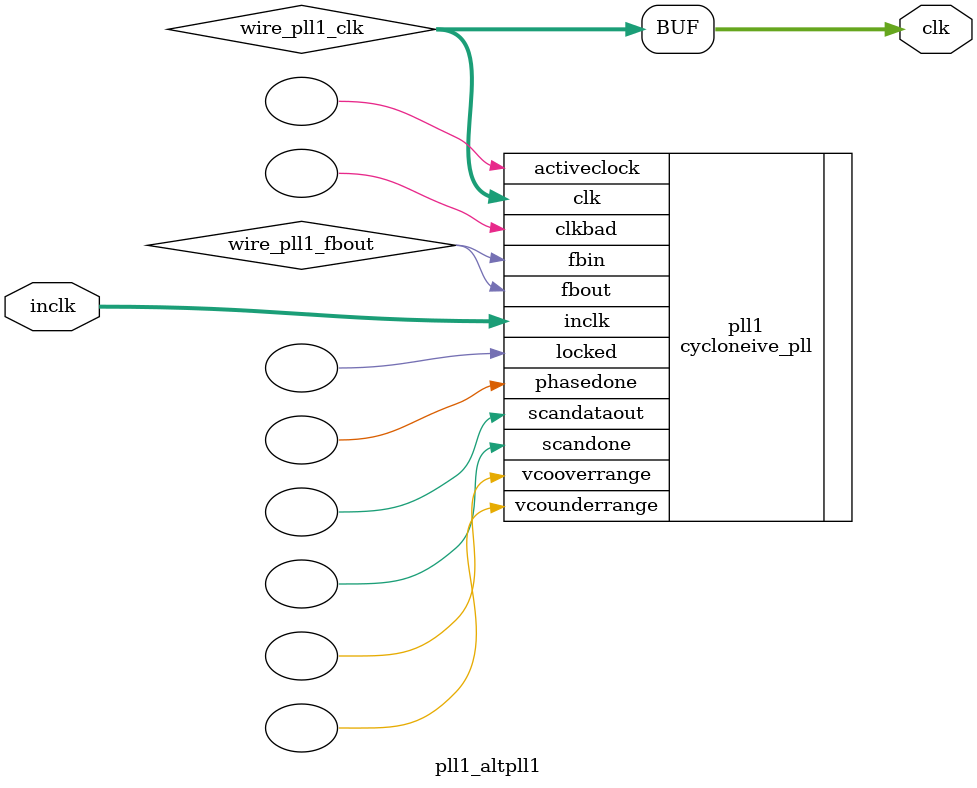
<source format=v>






//synthesis_resources = cycloneive_pll 1 
//synopsys translate_off
`timescale 1 ps / 1 ps
//synopsys translate_on
module  pll1_altpll1
	( 
	clk,
	inclk) /* synthesis synthesis_clearbox=1 */;
	output   [4:0]  clk;
	input   [1:0]  inclk;
`ifndef ALTERA_RESERVED_QIS
// synopsys translate_off
`endif
	tri0   [1:0]  inclk;
`ifndef ALTERA_RESERVED_QIS
// synopsys translate_on
`endif

	wire  [4:0]   wire_pll1_clk;
	wire  wire_pll1_fbout;

	cycloneive_pll   pll1
	( 
	.activeclock(),
	.clk(wire_pll1_clk),
	.clkbad(),
	.fbin(wire_pll1_fbout),
	.fbout(wire_pll1_fbout),
	.inclk(inclk),
	.locked(),
	.phasedone(),
	.scandataout(),
	.scandone(),
	.vcooverrange(),
	.vcounderrange()
	`ifndef FORMAL_VERIFICATION
	// synopsys translate_off
	`endif
	,
	.areset(1'b0),
	.clkswitch(1'b0),
	.configupdate(1'b0),
	.pfdena(1'b1),
	.phasecounterselect({3{1'b0}}),
	.phasestep(1'b0),
	.phaseupdown(1'b0),
	.scanclk(1'b0),
	.scanclkena(1'b1),
	.scandata(1'b0)
	`ifndef FORMAL_VERIFICATION
	// synopsys translate_on
	`endif
	);
	defparam
		pll1.bandwidth_type = "auto",
		pll1.clk0_divide_by = 5,
		pll1.clk0_duty_cycle = 50,
		pll1.clk0_multiply_by = 1,
		pll1.clk0_phase_shift = "0",
		pll1.compensate_clock = "clk0",
		pll1.inclk0_input_frequency = 20000,
		pll1.operation_mode = "normal",
		pll1.pll_type = "auto",
		pll1.lpm_type = "cycloneive_pll";
	assign
		clk = {wire_pll1_clk[4:0]};
endmodule //pll1_altpll1
//VALID FILE

</source>
